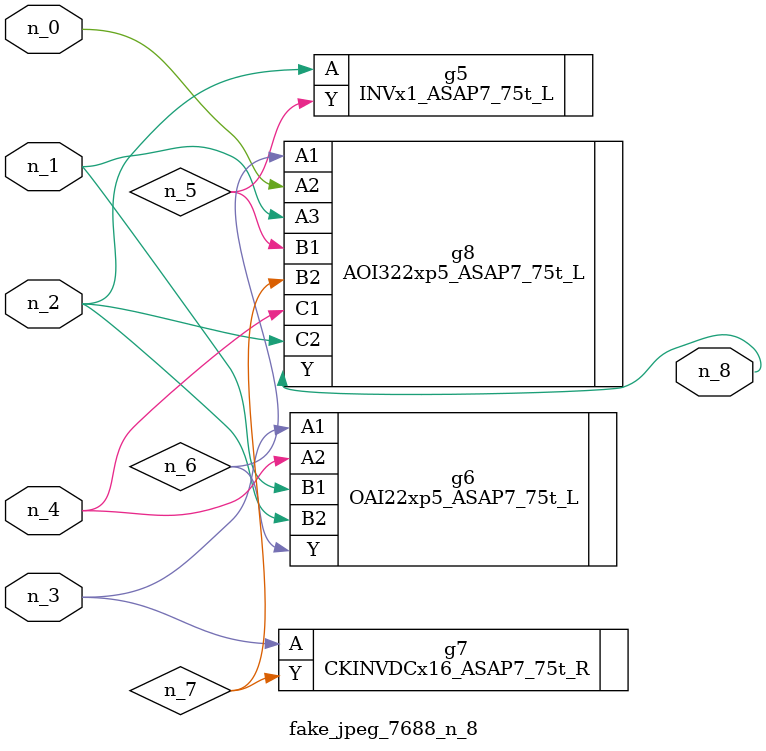
<source format=v>
module fake_jpeg_7688_n_8 (n_3, n_2, n_1, n_0, n_4, n_8);

input n_3;
input n_2;
input n_1;
input n_0;
input n_4;

output n_8;

wire n_6;
wire n_5;
wire n_7;

INVx1_ASAP7_75t_L g5 ( 
.A(n_2),
.Y(n_5)
);

OAI22xp5_ASAP7_75t_L g6 ( 
.A1(n_3),
.A2(n_4),
.B1(n_1),
.B2(n_2),
.Y(n_6)
);

CKINVDCx16_ASAP7_75t_R g7 ( 
.A(n_3),
.Y(n_7)
);

AOI322xp5_ASAP7_75t_L g8 ( 
.A1(n_6),
.A2(n_0),
.A3(n_1),
.B1(n_5),
.B2(n_7),
.C1(n_4),
.C2(n_2),
.Y(n_8)
);


endmodule
</source>
